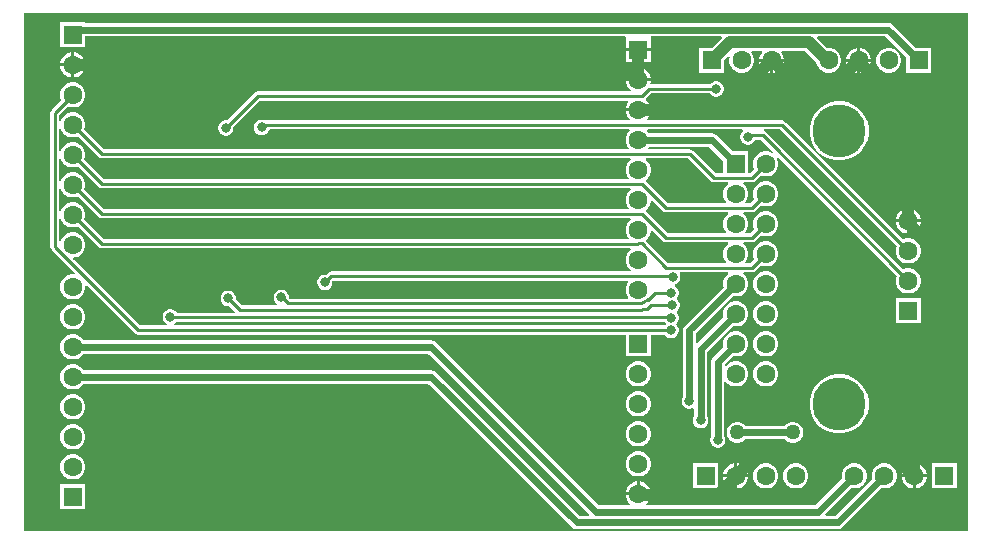
<source format=gbl>
G04*
G04 #@! TF.GenerationSoftware,Altium Limited,Altium Designer,21.0.8 (223)*
G04*
G04 Layer_Physical_Order=2*
G04 Layer_Color=16711680*
%FSTAX24Y24*%
%MOIN*%
G70*
G04*
G04 #@! TF.SameCoordinates,CEE82333-CCAB-4651-B785-5805AFDC4109*
G04*
G04*
G04 #@! TF.FilePolarity,Positive*
G04*
G01*
G75*
%ADD12C,0.0100*%
%ADD18C,0.0236*%
%ADD19C,0.0394*%
%ADD20C,0.0630*%
%ADD21R,0.0630X0.0630*%
%ADD22R,0.0630X0.0630*%
%ADD23C,0.1772*%
%ADD24C,0.0315*%
%ADD25C,0.0500*%
G36*
X031638Y000162D02*
X000162D01*
Y017438D01*
X031638D01*
Y000162D01*
D02*
G37*
%LPC*%
G36*
X028055Y016265D02*
X02805D01*
Y0159D01*
X028415D01*
Y015905D01*
X028387Y01601D01*
X028332Y016105D01*
X028255Y016182D01*
X02816Y016237D01*
X028055Y016265D01*
D02*
G37*
G36*
X02795D02*
X027945D01*
X02784Y016237D01*
X027745Y016182D01*
X027668Y016105D01*
X027613Y01601D01*
X027585Y015905D01*
Y0159D01*
X02795D01*
Y016265D01*
D02*
G37*
G36*
X021065Y01615D02*
X0207D01*
Y015785D01*
X021065D01*
Y01615D01*
D02*
G37*
G36*
X0206D02*
X020235D01*
Y015785D01*
X0206D01*
Y01615D01*
D02*
G37*
G36*
X001855Y016115D02*
X00185D01*
Y01575D01*
X002215D01*
Y015755D01*
X002187Y01586D01*
X002132Y015955D01*
X002055Y016032D01*
X00196Y016087D01*
X001855Y016115D01*
D02*
G37*
G36*
X00175D02*
X001745D01*
X00164Y016087D01*
X001545Y016032D01*
X001468Y015955D01*
X001413Y01586D01*
X001385Y015755D01*
Y01575D01*
X00175D01*
Y016115D01*
D02*
G37*
G36*
X002215Y017115D02*
X001385D01*
Y016285D01*
X002215D01*
Y016654D01*
X02021D01*
X020235Y016615D01*
X020235Y016604D01*
Y01625D01*
X02065D01*
X021065D01*
Y016604D01*
X021065Y016615D01*
X02109Y016654D01*
X023416D01*
X023435Y016608D01*
X023092Y016265D01*
X022685D01*
Y015435D01*
X023515D01*
Y015842D01*
X023653Y01598D01*
X023698Y015954D01*
X023685Y015905D01*
Y015795D01*
X023713Y01569D01*
X023768Y015595D01*
X023845Y015518D01*
X02394Y015463D01*
X024045Y015435D01*
X024155D01*
X02426Y015463D01*
X024355Y015518D01*
X024432Y015595D01*
X024487Y01569D01*
X024515Y015795D01*
Y015905D01*
X024487Y01601D01*
X024432Y016105D01*
X024421Y016116D01*
X02444Y016162D01*
X02476D01*
X024779Y016116D01*
X024768Y016105D01*
X024713Y01601D01*
X024685Y015905D01*
Y0159D01*
X025515D01*
Y015905D01*
X025487Y01601D01*
X025432Y016105D01*
X025421Y016116D01*
X02544Y016162D01*
X026207D01*
X026589Y015781D01*
X026613Y01569D01*
X026668Y015595D01*
X026745Y015518D01*
X02684Y015463D01*
X026945Y015435D01*
X027055D01*
X02716Y015463D01*
X027255Y015518D01*
X027332Y015595D01*
X027387Y01569D01*
X027415Y015795D01*
Y015905D01*
X027387Y01601D01*
X027332Y016105D01*
X027255Y016182D01*
X02716Y016237D01*
X027055Y016265D01*
X026952D01*
X026608Y016608D01*
X026627Y016654D01*
X028881D01*
X029585Y01595D01*
Y015435D01*
X030415D01*
Y016265D01*
X0299D01*
X02913Y017034D01*
X029058Y017082D01*
X028973Y017099D01*
X028973Y017099D01*
X002215D01*
Y017115D01*
D02*
G37*
G36*
X029055Y016265D02*
X028945D01*
X02884Y016237D01*
X028745Y016182D01*
X028668Y016105D01*
X028613Y01601D01*
X028585Y015905D01*
Y015795D01*
X028613Y01569D01*
X028668Y015595D01*
X028745Y015518D01*
X02884Y015463D01*
X028945Y015435D01*
X029055D01*
X02916Y015463D01*
X029255Y015518D01*
X029332Y015595D01*
X029387Y01569D01*
X029415Y015795D01*
Y015905D01*
X029387Y01601D01*
X029332Y016105D01*
X029255Y016182D01*
X02916Y016237D01*
X029055Y016265D01*
D02*
G37*
G36*
X028415Y0158D02*
X02805D01*
Y015435D01*
X028055D01*
X02816Y015463D01*
X028255Y015518D01*
X028332Y015595D01*
X028387Y01569D01*
X028415Y015795D01*
Y0158D01*
D02*
G37*
G36*
X02795D02*
X027585D01*
Y015795D01*
X027613Y01569D01*
X027668Y015595D01*
X027745Y015518D01*
X02784Y015463D01*
X027945Y015435D01*
X02795D01*
Y0158D01*
D02*
G37*
G36*
X025515D02*
X02515D01*
Y015435D01*
X025155D01*
X02526Y015463D01*
X025355Y015518D01*
X025432Y015595D01*
X025487Y01569D01*
X025515Y015795D01*
Y0158D01*
D02*
G37*
G36*
X02505D02*
X024685D01*
Y015795D01*
X024713Y01569D01*
X024768Y015595D01*
X024845Y015518D01*
X02494Y015463D01*
X025045Y015435D01*
X02505D01*
Y0158D01*
D02*
G37*
G36*
X002215Y01565D02*
X00185D01*
Y015285D01*
X001855D01*
X00196Y015313D01*
X002055Y015368D01*
X002132Y015445D01*
X002187Y01554D01*
X002215Y015645D01*
Y01565D01*
D02*
G37*
G36*
X00175D02*
X001385D01*
Y015645D01*
X001413Y01554D01*
X001468Y015445D01*
X001545Y015368D01*
X00164Y015313D01*
X001745Y015285D01*
X00175D01*
Y01565D01*
D02*
G37*
G36*
X020705Y015615D02*
X0207D01*
Y01525D01*
X021065D01*
Y015255D01*
X021037Y01536D01*
X020982Y015455D01*
X020905Y015532D01*
X02081Y015587D01*
X020705Y015615D01*
D02*
G37*
G36*
X0206D02*
X020595D01*
X02049Y015587D01*
X020395Y015532D01*
X020318Y015455D01*
X020263Y01536D01*
X020235Y015255D01*
Y01525D01*
X0206D01*
Y015615D01*
D02*
G37*
G36*
X023284Y015157D02*
X023216D01*
X023151Y01514D01*
X023092Y015106D01*
X023044Y015058D01*
X023041Y015053D01*
X021081D01*
X021051Y015093D01*
X021065Y015145D01*
Y01515D01*
X02065D01*
X020235D01*
Y015145D01*
X020263Y01504D01*
X020318Y014945D01*
X020395Y014868D01*
X020398Y014866D01*
X020385Y014818D01*
X007965D01*
X007906Y014806D01*
X007857Y014773D01*
X00694Y013856D01*
X006934Y013857D01*
X006866D01*
X006801Y01384D01*
X006742Y013806D01*
X006694Y013758D01*
X00666Y013699D01*
X006643Y013634D01*
Y013566D01*
X00666Y013501D01*
X006694Y013442D01*
X006742Y013394D01*
X006801Y01336D01*
X006866Y013343D01*
X006934D01*
X006999Y01336D01*
X007058Y013394D01*
X007106Y013442D01*
X00714Y013501D01*
X007157Y013566D01*
Y013634D01*
X007156Y01364D01*
X008028Y014512D01*
X02031D01*
X020329Y014466D01*
X020318Y014455D01*
X020263Y01436D01*
X020235Y014255D01*
Y01425D01*
X02065D01*
X021065D01*
Y014255D01*
X021037Y01436D01*
X020982Y014455D01*
X020914Y014523D01*
X020905Y014532D01*
X02091Y014587D01*
X021071Y014747D01*
X023041D01*
X023044Y014742D01*
X023092Y014694D01*
X023151Y01466D01*
X023216Y014643D01*
X023284D01*
X023349Y01466D01*
X023408Y014694D01*
X023456Y014742D01*
X02349Y014801D01*
X023507Y014866D01*
Y014934D01*
X02349Y014999D01*
X023456Y015058D01*
X023408Y015106D01*
X023349Y01514D01*
X023284Y015157D01*
D02*
G37*
G36*
X001855Y015115D02*
X001745D01*
X00164Y015087D01*
X001545Y015032D01*
X001468Y014955D01*
X001413Y01486D01*
X001385Y014755D01*
Y014645D01*
X001413Y01454D01*
X001417Y014533D01*
X001092Y014208D01*
X001059Y014159D01*
X001047Y0141D01*
Y009642D01*
X001059Y009584D01*
X001092Y009534D01*
X001866Y00876D01*
X00184Y008715D01*
X001745D01*
X00164Y008687D01*
X001545Y008632D01*
X001468Y008555D01*
X001413Y00846D01*
X001385Y008355D01*
Y008245D01*
X001413Y00814D01*
X001468Y008045D01*
X001545Y007968D01*
X00164Y007913D01*
X001745Y007885D01*
X001855D01*
X00196Y007913D01*
X002055Y007968D01*
X002132Y008045D01*
X002187Y00814D01*
X002215Y008245D01*
Y00834D01*
X00226Y008366D01*
X003869Y006757D01*
X003919Y006724D01*
X003977Y006712D01*
X020235D01*
Y005985D01*
X021065D01*
Y006712D01*
X021532D01*
X021544Y006692D01*
X021592Y006644D01*
X021651Y00661D01*
X021716Y006593D01*
X021784D01*
X021849Y00661D01*
X021908Y006644D01*
X021956Y006692D01*
X02199Y006751D01*
X022007Y006816D01*
Y006884D01*
X02199Y006949D01*
X021956Y007008D01*
X021938Y007026D01*
X021909Y007058D01*
X021938Y007093D01*
X021954Y007109D01*
X021988Y007168D01*
X022006Y007233D01*
Y007301D01*
X021988Y007367D01*
X021954Y007425D01*
X021927Y007452D01*
X02193Y007475D01*
X021978Y007523D01*
X022012Y007582D01*
X02203Y007648D01*
Y007715D01*
X022012Y007781D01*
X021978Y00784D01*
X02193Y007887D01*
X021927Y007913D01*
X021956Y007942D01*
X02199Y008001D01*
X022007Y008066D01*
Y008134D01*
X02199Y008199D01*
X021956Y008258D01*
X021908Y008306D01*
X02187Y008328D01*
X021877Y008382D01*
X021899Y008388D01*
X021958Y008422D01*
X022006Y008469D01*
X02204Y008528D01*
X022057Y008594D01*
Y008661D01*
X02204Y008727D01*
X022033Y008739D01*
X022058Y008782D01*
X023635D01*
X023648Y008734D01*
X023645Y008732D01*
X023568Y008655D01*
X023513Y00856D01*
X023485Y008455D01*
Y008345D01*
X023495Y008309D01*
X022193Y007007D01*
X022144Y006935D01*
X022127Y00685D01*
X022127Y00685D01*
Y004622D01*
X02211Y004591D01*
X022092Y004526D01*
Y004458D01*
X02211Y004392D01*
X022144Y004334D01*
X022192Y004286D01*
X02225Y004252D01*
X022316Y004234D01*
X022384D01*
X022449Y004252D01*
X02246Y004258D01*
X022503Y004233D01*
Y00398D01*
X022485Y003949D01*
X022468Y003884D01*
Y003816D01*
X022485Y003751D01*
X022519Y003692D01*
X022567Y003644D01*
X022626Y00361D01*
X022692Y003593D01*
X022759D01*
X022825Y00361D01*
X022884Y003644D01*
X022931Y003692D01*
X022965Y003751D01*
X022983Y003816D01*
Y003884D01*
X022965Y003949D01*
X022948Y00398D01*
Y006133D01*
X023809Y006995D01*
X023845Y006985D01*
X023955D01*
X02406Y007013D01*
X024155Y007068D01*
X024232Y007145D01*
X024287Y00724D01*
X024315Y007345D01*
Y007455D01*
X024287Y00756D01*
X024232Y007655D01*
X024155Y007732D01*
X02406Y007787D01*
X023955Y007815D01*
X023845D01*
X02374Y007787D01*
X023645Y007732D01*
X023568Y007655D01*
X023513Y00756D01*
X023485Y007455D01*
Y007345D01*
X023495Y007309D01*
X022618Y006433D01*
X022572Y006452D01*
Y006758D01*
X023809Y007995D01*
X023845Y007985D01*
X023955D01*
X02406Y008013D01*
X024155Y008068D01*
X024232Y008145D01*
X024287Y00824D01*
X024315Y008345D01*
Y008455D01*
X024287Y00856D01*
X024232Y008655D01*
X024155Y008732D01*
X024152Y008734D01*
X024165Y008782D01*
X024435D01*
X024494Y008794D01*
X024543Y008827D01*
X024733Y009017D01*
X02474Y009013D01*
X024845Y008985D01*
X024955D01*
X02506Y009013D01*
X025155Y009068D01*
X025232Y009145D01*
X025287Y00924D01*
X025315Y009345D01*
Y009455D01*
X025287Y00956D01*
X025232Y009655D01*
X025155Y009732D01*
X02506Y009787D01*
X024955Y009815D01*
X024845D01*
X02474Y009787D01*
X024645Y009732D01*
X024568Y009655D01*
X024513Y00956D01*
X024485Y009455D01*
Y009345D01*
X024513Y00924D01*
X024517Y009233D01*
X024372Y009088D01*
X02424D01*
X024221Y009134D01*
X024232Y009145D01*
X024287Y00924D01*
X024315Y009345D01*
Y009455D01*
X024287Y00956D01*
X024232Y009655D01*
X024155Y009732D01*
X024152Y009734D01*
X024165Y009782D01*
X024435D01*
X024494Y009794D01*
X024543Y009827D01*
X024733Y010017D01*
X02474Y010013D01*
X024845Y009985D01*
X024955D01*
X02506Y010013D01*
X025155Y010068D01*
X025232Y010145D01*
X025287Y01024D01*
X025315Y010345D01*
Y010455D01*
X025287Y01056D01*
X025232Y010655D01*
X025155Y010732D01*
X02506Y010787D01*
X024955Y010815D01*
X024845D01*
X02474Y010787D01*
X024645Y010732D01*
X024568Y010655D01*
X024513Y01056D01*
X024485Y010455D01*
Y010345D01*
X024513Y01024D01*
X024517Y010233D01*
X024372Y010088D01*
X02424D01*
X024221Y010134D01*
X024232Y010145D01*
X024287Y01024D01*
X024315Y010345D01*
Y010455D01*
X024287Y01056D01*
X024232Y010655D01*
X024155Y010732D01*
X024152Y010734D01*
X024165Y010782D01*
X024435D01*
X024494Y010794D01*
X024543Y010827D01*
X024733Y011017D01*
X02474Y011013D01*
X024845Y010985D01*
X024955D01*
X02506Y011013D01*
X025155Y011068D01*
X025232Y011145D01*
X025287Y01124D01*
X025315Y011345D01*
Y011455D01*
X025287Y01156D01*
X025232Y011655D01*
X025155Y011732D01*
X02506Y011787D01*
X024955Y011815D01*
X024845D01*
X02474Y011787D01*
X024645Y011732D01*
X024568Y011655D01*
X024513Y01156D01*
X024485Y011455D01*
Y011345D01*
X024513Y01124D01*
X024517Y011233D01*
X024372Y011088D01*
X02424D01*
X024221Y011134D01*
X024232Y011145D01*
X024287Y01124D01*
X024315Y011345D01*
Y011455D01*
X024287Y01156D01*
X024232Y011655D01*
X024155Y011732D01*
X024152Y011734D01*
X024165Y011782D01*
X024435D01*
X024494Y011794D01*
X024543Y011827D01*
X024733Y012017D01*
X02474Y012013D01*
X024845Y011985D01*
X024955D01*
X02506Y012013D01*
X025155Y012068D01*
X025232Y012145D01*
X025287Y01224D01*
X025315Y012345D01*
Y012455D01*
X025287Y01256D01*
X025265Y012598D01*
X025305Y012629D01*
X029267Y008667D01*
X029263Y00866D01*
X029235Y008555D01*
Y008445D01*
X029263Y00834D01*
X029318Y008245D01*
X029395Y008168D01*
X02949Y008113D01*
X029595Y008085D01*
X029705D01*
X02981Y008113D01*
X029905Y008168D01*
X029982Y008245D01*
X030037Y00834D01*
X030065Y008445D01*
Y008555D01*
X030037Y00866D01*
X029982Y008755D01*
X029905Y008832D01*
X02981Y008887D01*
X029705Y008915D01*
X029595D01*
X02949Y008887D01*
X029483Y008883D01*
X024908Y013458D01*
X024859Y013491D01*
X02483Y013497D01*
X024834Y013547D01*
X025387D01*
X029267Y009667D01*
X029263Y00966D01*
X029235Y009555D01*
Y009445D01*
X029263Y00934D01*
X029318Y009245D01*
X029395Y009168D01*
X02949Y009113D01*
X029595Y009085D01*
X029705D01*
X02981Y009113D01*
X029905Y009168D01*
X029982Y009245D01*
X030037Y00934D01*
X030065Y009445D01*
Y009555D01*
X030037Y00966D01*
X029982Y009755D01*
X029905Y009832D01*
X02981Y009887D01*
X029705Y009915D01*
X029595D01*
X02949Y009887D01*
X029483Y009883D01*
X025558Y013808D01*
X025509Y013841D01*
X02545Y013853D01*
X02096D01*
X02094Y013903D01*
X020982Y013945D01*
X021037Y01404D01*
X021065Y014145D01*
Y01415D01*
X02065D01*
X020235D01*
Y014145D01*
X020263Y01404D01*
X020318Y013945D01*
X02036Y013903D01*
X02034Y013853D01*
X008353D01*
X008335Y013849D01*
X008208D01*
X008191Y013859D01*
X008126Y013877D01*
X008058D01*
X007993Y013859D01*
X007934Y013825D01*
X007886Y013777D01*
X007852Y013719D01*
X007835Y013653D01*
Y013585D01*
X007852Y01352D01*
X007886Y013461D01*
X007934Y013413D01*
X007993Y013379D01*
X008058Y013362D01*
X008126D01*
X008191Y013379D01*
X00825Y013413D01*
X008298Y013461D01*
X008332Y01352D01*
X008338Y013543D01*
X008349D01*
X008367Y013547D01*
X02034D01*
X02036Y013497D01*
X020318Y013455D01*
X020263Y01336D01*
X020235Y013255D01*
Y013145D01*
X020263Y01304D01*
X020318Y012945D01*
X020329Y012934D01*
X02031Y012888D01*
X002828D01*
X002183Y013533D01*
X002187Y01354D01*
X002215Y013645D01*
Y013755D01*
X002187Y01386D01*
X002132Y013955D01*
X002055Y014032D01*
X00196Y014087D01*
X001855Y014115D01*
X001745D01*
X00164Y014087D01*
X001545Y014032D01*
X001468Y013955D01*
X001413Y01386D01*
X001403Y013821D01*
X001353Y013828D01*
Y014037D01*
X001633Y014317D01*
X00164Y014313D01*
X001745Y014285D01*
X001855D01*
X00196Y014313D01*
X002055Y014368D01*
X002132Y014445D01*
X002187Y01454D01*
X002215Y014645D01*
Y014755D01*
X002187Y01486D01*
X002132Y014955D01*
X002055Y015032D01*
X00196Y015087D01*
X001855Y015115D01*
D02*
G37*
G36*
X027447Y014486D02*
X027253D01*
X027062Y014448D01*
X026883Y014374D01*
X026722Y014266D01*
X026584Y014128D01*
X026476Y013967D01*
X026402Y013788D01*
X026364Y013597D01*
Y013403D01*
X026402Y013212D01*
X026476Y013033D01*
X026584Y012872D01*
X026722Y012734D01*
X026883Y012626D01*
X027062Y012552D01*
X027253Y012514D01*
X027447D01*
X027638Y012552D01*
X027817Y012626D01*
X027978Y012734D01*
X028116Y012872D01*
X028224Y013033D01*
X028298Y013212D01*
X028336Y013403D01*
Y013597D01*
X028298Y013788D01*
X028224Y013967D01*
X028116Y014128D01*
X027978Y014266D01*
X027817Y014374D01*
X027638Y014448D01*
X027447Y014486D01*
D02*
G37*
G36*
X029705Y010915D02*
X0297D01*
Y01055D01*
X030065D01*
Y010555D01*
X030037Y01066D01*
X029982Y010755D01*
X029905Y010832D01*
X02981Y010887D01*
X029705Y010915D01*
D02*
G37*
G36*
X0296D02*
X029595D01*
X02949Y010887D01*
X029395Y010832D01*
X029318Y010755D01*
X029263Y01066D01*
X029235Y010555D01*
Y01055D01*
X0296D01*
Y010915D01*
D02*
G37*
G36*
X030065Y01045D02*
X0297D01*
Y010085D01*
X029705D01*
X02981Y010113D01*
X029905Y010168D01*
X029982Y010245D01*
X030037Y01034D01*
X030065Y010445D01*
Y01045D01*
D02*
G37*
G36*
X0296D02*
X029235D01*
Y010445D01*
X029263Y01034D01*
X029318Y010245D01*
X029395Y010168D01*
X02949Y010113D01*
X029595Y010085D01*
X0296D01*
Y01045D01*
D02*
G37*
G36*
X024955Y008815D02*
X024845D01*
X02474Y008787D01*
X024645Y008732D01*
X024568Y008655D01*
X024513Y00856D01*
X024485Y008455D01*
Y008345D01*
X024513Y00824D01*
X024568Y008145D01*
X024645Y008068D01*
X02474Y008013D01*
X024845Y007985D01*
X024955D01*
X02506Y008013D01*
X025155Y008068D01*
X025232Y008145D01*
X025287Y00824D01*
X025315Y008345D01*
Y008455D01*
X025287Y00856D01*
X025232Y008655D01*
X025155Y008732D01*
X02506Y008787D01*
X024955Y008815D01*
D02*
G37*
G36*
X030065Y007915D02*
X029235D01*
Y007085D01*
X030065D01*
Y007915D01*
D02*
G37*
G36*
X024955Y007815D02*
X024845D01*
X02474Y007787D01*
X024645Y007732D01*
X024568Y007655D01*
X024513Y00756D01*
X024485Y007455D01*
Y007345D01*
X024513Y00724D01*
X024568Y007145D01*
X024645Y007068D01*
X02474Y007013D01*
X024845Y006985D01*
X024955D01*
X02506Y007013D01*
X025155Y007068D01*
X025232Y007145D01*
X025287Y00724D01*
X025315Y007345D01*
Y007455D01*
X025287Y00756D01*
X025232Y007655D01*
X025155Y007732D01*
X02506Y007787D01*
X024955Y007815D01*
D02*
G37*
G36*
X001855Y007715D02*
X001745D01*
X00164Y007687D01*
X001545Y007632D01*
X001468Y007555D01*
X001413Y00746D01*
X001385Y007355D01*
Y007245D01*
X001413Y00714D01*
X001468Y007045D01*
X001545Y006968D01*
X00164Y006913D01*
X001745Y006885D01*
X001855D01*
X00196Y006913D01*
X002055Y006968D01*
X002132Y007045D01*
X002187Y00714D01*
X002215Y007245D01*
Y007355D01*
X002187Y00746D01*
X002132Y007555D01*
X002055Y007632D01*
X00196Y007687D01*
X001855Y007715D01*
D02*
G37*
G36*
X024955Y006815D02*
X024845D01*
X02474Y006787D01*
X024645Y006732D01*
X024568Y006655D01*
X024513Y00656D01*
X024485Y006455D01*
Y006345D01*
X024513Y00624D01*
X024568Y006145D01*
X024645Y006068D01*
X02474Y006013D01*
X024845Y005985D01*
X024955D01*
X02506Y006013D01*
X025155Y006068D01*
X025232Y006145D01*
X025287Y00624D01*
X025315Y006345D01*
Y006455D01*
X025287Y00656D01*
X025232Y006655D01*
X025155Y006732D01*
X02506Y006787D01*
X024955Y006815D01*
D02*
G37*
G36*
X023955D02*
X023845D01*
X02374Y006787D01*
X023645Y006732D01*
X023568Y006655D01*
X023513Y00656D01*
X023485Y006455D01*
Y006345D01*
X023495Y006309D01*
X023143Y005957D01*
X023095Y005885D01*
X023078Y0058D01*
X023078Y0058D01*
Y00333D01*
X02306Y003299D01*
X023043Y003234D01*
Y003166D01*
X02306Y003101D01*
X023094Y003042D01*
X023142Y002994D01*
X023201Y00296D01*
X023266Y002943D01*
X023334D01*
X023399Y00296D01*
X023458Y002994D01*
X023506Y003042D01*
X02354Y003101D01*
X023557Y003166D01*
Y003234D01*
X02354Y003299D01*
X023522Y00333D01*
Y005133D01*
X023533Y005136D01*
X023572Y005141D01*
X023645Y005068D01*
X02374Y005013D01*
X023845Y004985D01*
X023955D01*
X02406Y005013D01*
X024155Y005068D01*
X024232Y005145D01*
X024287Y00524D01*
X024315Y005345D01*
Y005455D01*
X024287Y00556D01*
X024232Y005655D01*
X024155Y005732D01*
X02406Y005787D01*
X023955Y005815D01*
X023845D01*
X02374Y005787D01*
X023645Y005732D01*
X023584Y005671D01*
X023532Y005682D01*
X023531Y005682D01*
X023529Y005714D01*
X023809Y005995D01*
X023845Y005985D01*
X023955D01*
X02406Y006013D01*
X024155Y006068D01*
X024232Y006145D01*
X024287Y00624D01*
X024315Y006345D01*
Y006455D01*
X024287Y00656D01*
X024232Y006655D01*
X024155Y006732D01*
X02406Y006787D01*
X023955Y006815D01*
D02*
G37*
G36*
X024955Y005815D02*
X024845D01*
X02474Y005787D01*
X024645Y005732D01*
X024568Y005655D01*
X024513Y00556D01*
X024485Y005455D01*
Y005345D01*
X024513Y00524D01*
X024568Y005145D01*
X024645Y005068D01*
X02474Y005013D01*
X024845Y004985D01*
X024955D01*
X02506Y005013D01*
X025155Y005068D01*
X025232Y005145D01*
X025287Y00524D01*
X025315Y005345D01*
Y005455D01*
X025287Y00556D01*
X025232Y005655D01*
X025155Y005732D01*
X02506Y005787D01*
X024955Y005815D01*
D02*
G37*
G36*
X020705D02*
X020595D01*
X02049Y005787D01*
X020395Y005732D01*
X020318Y005655D01*
X020263Y00556D01*
X020235Y005455D01*
Y005345D01*
X020263Y00524D01*
X020318Y005145D01*
X020395Y005068D01*
X02049Y005013D01*
X020595Y004985D01*
X020705D01*
X02081Y005013D01*
X020905Y005068D01*
X020982Y005145D01*
X021037Y00524D01*
X021065Y005345D01*
Y005455D01*
X021037Y00556D01*
X020982Y005655D01*
X020905Y005732D01*
X02081Y005787D01*
X020705Y005815D01*
D02*
G37*
G36*
Y004815D02*
X020595D01*
X02049Y004787D01*
X020395Y004732D01*
X020318Y004655D01*
X020263Y00456D01*
X020235Y004455D01*
Y004345D01*
X020263Y00424D01*
X020318Y004145D01*
X020395Y004068D01*
X02049Y004013D01*
X020595Y003985D01*
X020705D01*
X02081Y004013D01*
X020905Y004068D01*
X020982Y004145D01*
X021037Y00424D01*
X021065Y004345D01*
Y004455D01*
X021037Y00456D01*
X020982Y004655D01*
X020905Y004732D01*
X02081Y004787D01*
X020705Y004815D01*
D02*
G37*
G36*
X001855Y004715D02*
X001745D01*
X00164Y004687D01*
X001545Y004632D01*
X001468Y004555D01*
X001413Y00446D01*
X001385Y004355D01*
Y004245D01*
X001413Y00414D01*
X001468Y004045D01*
X001545Y003968D01*
X00164Y003913D01*
X001745Y003885D01*
X001855D01*
X00196Y003913D01*
X002055Y003968D01*
X002132Y004045D01*
X002187Y00414D01*
X002215Y004245D01*
Y004355D01*
X002187Y00446D01*
X002132Y004555D01*
X002055Y004632D01*
X00196Y004687D01*
X001855Y004715D01*
D02*
G37*
G36*
X025846Y0038D02*
X025754D01*
X025665Y003776D01*
X025585Y00373D01*
X025527Y003672D01*
X024223D01*
X024165Y00373D01*
X024085Y003776D01*
X023996Y0038D01*
X023904D01*
X023815Y003776D01*
X023735Y00373D01*
X02367Y003665D01*
X023624Y003585D01*
X0236Y003496D01*
Y003404D01*
X023624Y003315D01*
X02367Y003235D01*
X023735Y00317D01*
X023815Y003124D01*
X023904Y0031D01*
X023996D01*
X024085Y003124D01*
X024165Y00317D01*
X024223Y003228D01*
X025527D01*
X025585Y00317D01*
X025665Y003124D01*
X025754Y0031D01*
X025846D01*
X025935Y003124D01*
X026015Y00317D01*
X02608Y003235D01*
X026126Y003315D01*
X02615Y003404D01*
Y003496D01*
X026126Y003585D01*
X02608Y003665D01*
X026015Y00373D01*
X025935Y003776D01*
X025846Y0038D01*
D02*
G37*
G36*
X027447Y005386D02*
X027253D01*
X027062Y005348D01*
X026883Y005274D01*
X026722Y005166D01*
X026584Y005028D01*
X026476Y004867D01*
X026402Y004688D01*
X026364Y004497D01*
Y004303D01*
X026402Y004112D01*
X026476Y003933D01*
X026584Y003772D01*
X026722Y003634D01*
X026883Y003526D01*
X027062Y003452D01*
X027253Y003414D01*
X027447D01*
X027638Y003452D01*
X027817Y003526D01*
X027978Y003634D01*
X028116Y003772D01*
X028224Y003933D01*
X028298Y004112D01*
X028336Y004303D01*
Y004497D01*
X028298Y004688D01*
X028224Y004867D01*
X028116Y005028D01*
X027978Y005166D01*
X027817Y005274D01*
X027638Y005348D01*
X027447Y005386D01*
D02*
G37*
G36*
X020705Y003815D02*
X020595D01*
X02049Y003787D01*
X020395Y003732D01*
X020318Y003655D01*
X020263Y00356D01*
X020235Y003455D01*
Y003345D01*
X020263Y00324D01*
X020318Y003145D01*
X020395Y003068D01*
X02049Y003013D01*
X020595Y002985D01*
X020705D01*
X02081Y003013D01*
X020905Y003068D01*
X020982Y003145D01*
X021037Y00324D01*
X021065Y003345D01*
Y003455D01*
X021037Y00356D01*
X020982Y003655D01*
X020905Y003732D01*
X02081Y003787D01*
X020705Y003815D01*
D02*
G37*
G36*
X001855Y003715D02*
X001745D01*
X00164Y003687D01*
X001545Y003632D01*
X001468Y003555D01*
X001413Y00346D01*
X001385Y003355D01*
Y003245D01*
X001413Y00314D01*
X001468Y003045D01*
X001545Y002968D01*
X00164Y002913D01*
X001745Y002885D01*
X001855D01*
X00196Y002913D01*
X002055Y002968D01*
X002132Y003045D01*
X002187Y00314D01*
X002215Y003245D01*
Y003355D01*
X002187Y00346D01*
X002132Y003555D01*
X002055Y003632D01*
X00196Y003687D01*
X001855Y003715D01*
D02*
G37*
G36*
X029905Y002415D02*
X0299D01*
Y00205D01*
X030265D01*
Y002055D01*
X030237Y00216D01*
X030182Y002255D01*
X030105Y002332D01*
X03001Y002387D01*
X029905Y002415D01*
D02*
G37*
G36*
X023955D02*
X02395D01*
Y00205D01*
X024315D01*
Y002055D01*
X024287Y00216D01*
X024232Y002255D01*
X024155Y002332D01*
X02406Y002387D01*
X023955Y002415D01*
D02*
G37*
G36*
X02385D02*
X023845D01*
X02374Y002387D01*
X023645Y002332D01*
X023568Y002255D01*
X023513Y00216D01*
X023485Y002055D01*
Y00205D01*
X02385D01*
Y002415D01*
D02*
G37*
G36*
X0298D02*
X029795D01*
X02969Y002387D01*
X029595Y002332D01*
X029518Y002255D01*
X029463Y00216D01*
X029435Y002055D01*
Y00205D01*
X0298D01*
Y002415D01*
D02*
G37*
G36*
X020705Y002815D02*
X020595D01*
X02049Y002787D01*
X020395Y002732D01*
X020318Y002655D01*
X020263Y00256D01*
X020235Y002455D01*
Y002345D01*
X020263Y00224D01*
X020318Y002145D01*
X020395Y002068D01*
X02049Y002013D01*
X020595Y001985D01*
X020705D01*
X02081Y002013D01*
X020905Y002068D01*
X020982Y002145D01*
X021037Y00224D01*
X021065Y002345D01*
Y002455D01*
X021037Y00256D01*
X020982Y002655D01*
X020905Y002732D01*
X02081Y002787D01*
X020705Y002815D01*
D02*
G37*
G36*
X001855Y002715D02*
X001745D01*
X00164Y002687D01*
X001545Y002632D01*
X001468Y002555D01*
X001413Y00246D01*
X001385Y002355D01*
Y002245D01*
X001413Y00214D01*
X001468Y002045D01*
X001545Y001968D01*
X00164Y001913D01*
X001745Y001885D01*
X001855D01*
X00196Y001913D01*
X002055Y001968D01*
X002132Y002045D01*
X002187Y00214D01*
X002215Y002245D01*
Y002355D01*
X002187Y00246D01*
X002132Y002555D01*
X002055Y002632D01*
X00196Y002687D01*
X001855Y002715D01*
D02*
G37*
G36*
X031265Y002415D02*
X030435D01*
Y001585D01*
X031265D01*
Y002415D01*
D02*
G37*
G36*
X030265Y00195D02*
X0299D01*
Y001585D01*
X029905D01*
X03001Y001613D01*
X030105Y001668D01*
X030182Y001745D01*
X030237Y00184D01*
X030265Y001945D01*
Y00195D01*
D02*
G37*
G36*
X0298D02*
X029435D01*
Y001945D01*
X029463Y00184D01*
X029518Y001745D01*
X029595Y001668D01*
X02969Y001613D01*
X029795Y001585D01*
X0298D01*
Y00195D01*
D02*
G37*
G36*
X025955Y002415D02*
X025845D01*
X02574Y002387D01*
X025645Y002332D01*
X025568Y002255D01*
X025513Y00216D01*
X025485Y002055D01*
Y001945D01*
X025513Y00184D01*
X025568Y001745D01*
X025645Y001668D01*
X02574Y001613D01*
X025845Y001585D01*
X025955D01*
X02606Y001613D01*
X026155Y001668D01*
X026232Y001745D01*
X026287Y00184D01*
X026315Y001945D01*
Y002055D01*
X026287Y00216D01*
X026232Y002255D01*
X026155Y002332D01*
X02606Y002387D01*
X025955Y002415D01*
D02*
G37*
G36*
X024955D02*
X024845D01*
X02474Y002387D01*
X024645Y002332D01*
X024568Y002255D01*
X024513Y00216D01*
X024485Y002055D01*
Y001945D01*
X024513Y00184D01*
X024568Y001745D01*
X024645Y001668D01*
X02474Y001613D01*
X024845Y001585D01*
X024955D01*
X02506Y001613D01*
X025155Y001668D01*
X025232Y001745D01*
X025287Y00184D01*
X025315Y001945D01*
Y002055D01*
X025287Y00216D01*
X025232Y002255D01*
X025155Y002332D01*
X02506Y002387D01*
X024955Y002415D01*
D02*
G37*
G36*
X024315Y00195D02*
X02395D01*
Y001585D01*
X023955D01*
X02406Y001613D01*
X024155Y001668D01*
X024232Y001745D01*
X024287Y00184D01*
X024315Y001945D01*
Y00195D01*
D02*
G37*
G36*
X02385D02*
X023485D01*
Y001945D01*
X023513Y00184D01*
X023568Y001745D01*
X023645Y001668D01*
X02374Y001613D01*
X023845Y001585D01*
X02385D01*
Y00195D01*
D02*
G37*
G36*
X023315Y002415D02*
X022485D01*
Y001585D01*
X023315D01*
Y002415D01*
D02*
G37*
G36*
X020705Y001815D02*
X0207D01*
Y00145D01*
X021065D01*
Y001455D01*
X021037Y00156D01*
X020982Y001655D01*
X020905Y001732D01*
X02081Y001787D01*
X020705Y001815D01*
D02*
G37*
G36*
X0206D02*
X020595D01*
X02049Y001787D01*
X020395Y001732D01*
X020318Y001655D01*
X020263Y00156D01*
X020235Y001455D01*
Y00145D01*
X0206D01*
Y001815D01*
D02*
G37*
G36*
X002215Y001715D02*
X001385D01*
Y000885D01*
X002215D01*
Y001715D01*
D02*
G37*
G36*
X001855Y006715D02*
X001745D01*
X00164Y006687D01*
X001545Y006632D01*
X001468Y006555D01*
X001413Y00646D01*
X001385Y006355D01*
Y006245D01*
X001413Y00614D01*
X001468Y006045D01*
X001545Y005968D01*
X00164Y005913D01*
X001745Y005885D01*
X001855D01*
X00196Y005913D01*
X002055Y005968D01*
X002132Y006045D01*
X002151Y006078D01*
X013658D01*
X019017Y000719D01*
X018998Y000672D01*
X018692D01*
X013907Y005457D01*
X013835Y005505D01*
X01375Y005522D01*
X01375Y005522D01*
X002151D01*
X002132Y005555D01*
X002055Y005632D01*
X00196Y005687D01*
X001855Y005715D01*
X001745D01*
X00164Y005687D01*
X001545Y005632D01*
X001468Y005555D01*
X001413Y00546D01*
X001385Y005355D01*
Y005245D01*
X001413Y00514D01*
X001468Y005045D01*
X001545Y004968D01*
X00164Y004913D01*
X001745Y004885D01*
X001855D01*
X00196Y004913D01*
X002055Y004968D01*
X002132Y005045D01*
X002151Y005078D01*
X013658D01*
X018443Y000293D01*
X018443Y000293D01*
X018515Y000245D01*
X0186Y000228D01*
X0186Y000228D01*
X0273D01*
X0273Y000228D01*
X027385Y000245D01*
X027457Y000293D01*
X028759Y001595D01*
X028795Y001585D01*
X028905D01*
X02901Y001613D01*
X029105Y001668D01*
X029182Y001745D01*
X029237Y00184D01*
X029265Y001945D01*
Y002055D01*
X029237Y00216D01*
X029182Y002255D01*
X029105Y002332D01*
X02901Y002387D01*
X028905Y002415D01*
X028795D01*
X02869Y002387D01*
X028595Y002332D01*
X028518Y002255D01*
X028463Y00216D01*
X028435Y002055D01*
Y001945D01*
X028445Y001909D01*
X027208Y000672D01*
X026902D01*
X026883Y000719D01*
X027759Y001595D01*
X027795Y001585D01*
X027905D01*
X02801Y001613D01*
X028105Y001668D01*
X028182Y001745D01*
X028237Y00184D01*
X028265Y001945D01*
Y002055D01*
X028237Y00216D01*
X028182Y002255D01*
X028105Y002332D01*
X02801Y002387D01*
X027905Y002415D01*
X027795D01*
X02769Y002387D01*
X027595Y002332D01*
X027518Y002255D01*
X027463Y00216D01*
X027435Y002055D01*
Y001945D01*
X027445Y001909D01*
X026558Y001022D01*
X020917D01*
X020914Y001033D01*
X020909Y001072D01*
X020982Y001145D01*
X021037Y00124D01*
X021065Y001345D01*
Y00135D01*
X02065D01*
X020235D01*
Y001345D01*
X020263Y00124D01*
X020318Y001145D01*
X020391Y001072D01*
X020386Y001033D01*
X020383Y001022D01*
X019342D01*
X013907Y006457D01*
X013835Y006505D01*
X01375Y006522D01*
X01375Y006522D01*
X002151D01*
X002132Y006555D01*
X002055Y006632D01*
X00196Y006687D01*
X001855Y006715D01*
D02*
G37*
%LPD*%
G36*
X024129Y013526D02*
X024135Y013497D01*
X024094Y013456D01*
X02406Y013397D01*
X024043Y013332D01*
Y013264D01*
X02406Y013199D01*
X024094Y01314D01*
X024142Y013092D01*
X024201Y013058D01*
X024266Y013041D01*
X024334D01*
X024399Y013058D01*
X024458Y013092D01*
X024506Y01314D01*
X024539Y013197D01*
X024737D01*
X025129Y012805D01*
X025098Y012765D01*
X02506Y012787D01*
X024955Y012815D01*
X024845D01*
X02474Y012787D01*
X024645Y012732D01*
X024568Y012655D01*
X024513Y01256D01*
X024485Y012455D01*
Y012345D01*
X024513Y01224D01*
X024517Y012233D01*
X024372Y012088D01*
X024315D01*
Y012815D01*
X0238D01*
X023257Y013357D01*
X023185Y013405D01*
X0231Y013422D01*
X0231Y013422D01*
X021001D01*
X020982Y013455D01*
X02094Y013497D01*
X02096Y013547D01*
X024117D01*
X024129Y013526D01*
D02*
G37*
G36*
X023485Y0125D02*
Y012088D01*
X023228D01*
X022473Y012843D01*
X022423Y012876D01*
X022365Y012888D01*
X02099D01*
X020971Y012934D01*
X020982Y012945D01*
X021001Y012978D01*
X023008D01*
X023485Y0125D01*
D02*
G37*
G36*
X001413Y01354D02*
X001468Y013445D01*
X001545Y013368D01*
X00164Y013313D01*
X001745Y013285D01*
X001855D01*
X00196Y013313D01*
X001967Y013317D01*
X002657Y012627D01*
X002706Y012594D01*
X002765Y012582D01*
X020385D01*
X020398Y012534D01*
X020395Y012532D01*
X020318Y012455D01*
X020263Y01236D01*
X020235Y012255D01*
Y012145D01*
X020263Y01204D01*
X020318Y011945D01*
X020329Y011934D01*
X02031Y011888D01*
X002828D01*
X002183Y012533D01*
X002187Y01254D01*
X002215Y012645D01*
Y012755D01*
X002187Y01286D01*
X002132Y012955D01*
X002055Y013032D01*
X00196Y013087D01*
X001855Y013115D01*
X001745D01*
X00164Y013087D01*
X001545Y013032D01*
X001468Y012955D01*
X001413Y01286D01*
X001403Y012821D01*
X001353Y012828D01*
Y013572D01*
X001403Y013579D01*
X001413Y01354D01*
D02*
G37*
G36*
X023057Y011827D02*
X023106Y011794D01*
X023165Y011782D01*
X023635D01*
X023648Y011734D01*
X023645Y011732D01*
X023568Y011655D01*
X023513Y01156D01*
X023485Y011455D01*
Y011345D01*
X023513Y01124D01*
X023568Y011145D01*
X023579Y011134D01*
X02356Y011088D01*
X021636D01*
X02091Y011813D01*
X020905Y011868D01*
X020914Y011877D01*
X020982Y011945D01*
X021037Y01204D01*
X021065Y012145D01*
Y012255D01*
X021037Y01236D01*
X020982Y012455D01*
X020905Y012532D01*
X020902Y012534D01*
X020915Y012582D01*
X022302D01*
X023057Y011827D01*
D02*
G37*
G36*
X001413Y01254D02*
X001468Y012445D01*
X001545Y012368D01*
X00164Y012313D01*
X001745Y012285D01*
X001855D01*
X00196Y012313D01*
X001967Y012317D01*
X002657Y011627D01*
X002706Y011594D01*
X002765Y011582D01*
X020385D01*
X020398Y011534D01*
X020395Y011532D01*
X020318Y011455D01*
X020263Y01136D01*
X020235Y011255D01*
Y011145D01*
X020263Y01104D01*
X020318Y010945D01*
X020329Y010934D01*
X02031Y010888D01*
X002828D01*
X002183Y011533D01*
X002187Y01154D01*
X002215Y011645D01*
Y011755D01*
X002187Y01186D01*
X002132Y011955D01*
X002055Y012032D01*
X00196Y012087D01*
X001855Y012115D01*
X001745D01*
X00164Y012087D01*
X001545Y012032D01*
X001468Y011955D01*
X001413Y01186D01*
X001403Y011821D01*
X001353Y011828D01*
Y012572D01*
X001403Y012579D01*
X001413Y01254D01*
D02*
G37*
G36*
X021464Y010827D02*
X021514Y010794D01*
X021573Y010782D01*
X023635D01*
X023648Y010734D01*
X023645Y010732D01*
X023568Y010655D01*
X023513Y01056D01*
X023485Y010455D01*
Y010345D01*
X023513Y01024D01*
X023568Y010145D01*
X023579Y010134D01*
X02356Y010088D01*
X021636D01*
X02091Y010813D01*
X020905Y010868D01*
X020914Y010877D01*
X020982Y010945D01*
X021037Y01104D01*
X021065Y011145D01*
Y011161D01*
X021111Y01118D01*
X021464Y010827D01*
D02*
G37*
G36*
X001413Y01154D02*
X001468Y011445D01*
X001545Y011368D01*
X00164Y011313D01*
X001745Y011285D01*
X001855D01*
X00196Y011313D01*
X001967Y011317D01*
X002657Y010627D01*
X002706Y010594D01*
X002765Y010582D01*
X020385D01*
X020398Y010534D01*
X020395Y010532D01*
X020318Y010455D01*
X020263Y01036D01*
X020235Y010255D01*
Y010145D01*
X020263Y01004D01*
X020318Y009945D01*
X020329Y009934D01*
X02031Y009888D01*
X002828D01*
X002183Y010533D01*
X002187Y01054D01*
X002215Y010645D01*
Y010755D01*
X002187Y01086D01*
X002132Y010955D01*
X002055Y011032D01*
X00196Y011087D01*
X001855Y011115D01*
X001745D01*
X00164Y011087D01*
X001545Y011032D01*
X001468Y010955D01*
X001413Y01086D01*
X001403Y010821D01*
X001353Y010828D01*
Y011572D01*
X001403Y011579D01*
X001413Y01154D01*
D02*
G37*
G36*
X021464Y009827D02*
X021514Y009794D01*
X021573Y009782D01*
X023635D01*
X023648Y009734D01*
X023645Y009732D01*
X023568Y009655D01*
X023513Y00956D01*
X023485Y009455D01*
Y009345D01*
X023513Y00924D01*
X023568Y009145D01*
X023579Y009134D01*
X02356Y009088D01*
X021636D01*
X020899Y009825D01*
X020905Y009868D01*
X020982Y009945D01*
X021037Y01004D01*
X021065Y010145D01*
Y010161D01*
X021111Y01018D01*
X021464Y009827D01*
D02*
G37*
G36*
X001413Y01054D02*
X001468Y010445D01*
X001545Y010368D01*
X00164Y010313D01*
X001745Y010285D01*
X001855D01*
X00196Y010313D01*
X001967Y010317D01*
X002657Y009627D01*
X002706Y009594D01*
X002765Y009582D01*
X020385D01*
X020398Y009534D01*
X020395Y009532D01*
X020318Y009455D01*
X020263Y00936D01*
X020235Y009255D01*
Y009145D01*
X020263Y00904D01*
X020318Y008945D01*
X020395Y008868D01*
X020398Y008866D01*
X020385Y008818D01*
X01042D01*
X010361Y008806D01*
X010312Y008773D01*
X010244Y008705D01*
X010234Y008707D01*
X010166D01*
X010101Y00869D01*
X010042Y008656D01*
X009994Y008608D01*
X00996Y008549D01*
X009943Y008484D01*
Y008416D01*
X00996Y008351D01*
X009994Y008292D01*
X010042Y008244D01*
X010101Y00821D01*
X010166Y008193D01*
X010234D01*
X010299Y00821D01*
X010358Y008244D01*
X010406Y008292D01*
X01044Y008351D01*
X010457Y008416D01*
Y008484D01*
X010495Y008512D01*
X02031D01*
X020329Y008466D01*
X020318Y008455D01*
X020263Y00836D01*
X020235Y008255D01*
Y008145D01*
X020263Y00804D01*
X020313Y007953D01*
X020297Y007903D01*
X009048D01*
X009007Y007944D01*
Y007984D01*
X00899Y008049D01*
X008956Y008108D01*
X008908Y008156D01*
X008849Y00819D01*
X008784Y008207D01*
X008716D01*
X008651Y00819D01*
X008592Y008156D01*
X008544Y008108D01*
X00851Y008049D01*
X008493Y007984D01*
Y007916D01*
X00851Y007851D01*
X008544Y007792D01*
X008592Y007744D01*
X008602Y007738D01*
X008589Y007688D01*
X007428D01*
X007239Y007878D01*
X00724Y007884D01*
Y007951D01*
X007223Y008017D01*
X007189Y008076D01*
X007141Y008123D01*
X007082Y008157D01*
X007016Y008175D01*
X006949D01*
X006883Y008157D01*
X006824Y008123D01*
X006777Y008076D01*
X006743Y008017D01*
X006725Y007951D01*
Y007884D01*
X006743Y007818D01*
X006777Y007759D01*
X006824Y007711D01*
X006883Y007677D01*
X006949Y00766D01*
X007016D01*
X007022Y007661D01*
X007205Y007479D01*
X007186Y007433D01*
X005274D01*
X005263Y007451D01*
X005215Y007499D01*
X005157Y007533D01*
X005091Y00755D01*
X005023D01*
X004958Y007533D01*
X004899Y007499D01*
X004851Y007451D01*
X004817Y007392D01*
X0048Y007327D01*
Y007259D01*
X004817Y007193D01*
X004851Y007135D01*
X004899Y007087D01*
X004932Y007068D01*
X004918Y007018D01*
X004041D01*
X00182Y009239D01*
X001839Y009285D01*
X001855D01*
X00196Y009313D01*
X002055Y009368D01*
X002132Y009445D01*
X002187Y00954D01*
X002215Y009645D01*
Y009755D01*
X002187Y00986D01*
X002132Y009955D01*
X002055Y010032D01*
X00196Y010087D01*
X001855Y010115D01*
X001745D01*
X00164Y010087D01*
X001545Y010032D01*
X001468Y009955D01*
X001413Y00986D01*
X001403Y009821D01*
X001353Y009828D01*
Y010572D01*
X001403Y010579D01*
X001413Y01054D01*
D02*
G37*
G36*
X021542Y007109D02*
X02156Y007091D01*
X021589Y00706D01*
X02156Y007024D01*
X021554Y007018D01*
X005197D01*
X005183Y007068D01*
X005215Y007087D01*
X005256Y007127D01*
X021532D01*
X021542Y007109D01*
D02*
G37*
D12*
X020533Y00775D02*
G03*
X020979Y007871I000117J00045D01*
G01*
X02065Y009735D02*
G03*
X020759Y009748I0J000465D01*
G01*
X021008Y0149D02*
X02325D01*
X020773Y014665D02*
X021008Y0149D01*
X007965Y014665D02*
X020773D01*
X0069Y0136D02*
X007965Y014665D01*
X0243Y013298D02*
X024352Y01335D01*
X0248D01*
X02965Y0085D01*
X008353Y0137D02*
X02545D01*
X02965Y0095D01*
X008349Y013696D02*
X008353Y0137D01*
X008092Y013619D02*
X008169Y013696D01*
X008349D01*
X02965Y0095D02*
X02965D01*
X023165Y011935D02*
X024435D01*
X022365Y012735D02*
X023165Y011935D01*
X024435D02*
X0249Y0124D01*
X002765Y012735D02*
X022365D01*
X00875Y00795D02*
X008785D01*
X008985Y00775D01*
X020533D01*
X006983Y007917D02*
X006983D01*
X007365Y007535D01*
X005057Y007293D02*
X00507Y00728D01*
X021735D01*
X007365Y007535D02*
X020775D01*
X021735Y00728D02*
X021748Y007267D01*
X0102Y00845D02*
X010205D01*
X01042Y008665D01*
X021763D01*
X003977Y006865D02*
X021735D01*
X0012Y009642D02*
X003977Y006865D01*
X020775Y007535D02*
X02079Y00755D01*
X02094D01*
X021072Y007681D01*
X021149Y008041D02*
X021208Y0081D01*
X020979Y007871D02*
X021149Y008041D01*
X021208Y0081D02*
X02175D01*
X021072Y007681D02*
X021772D01*
X021763Y008665D02*
X0218Y008628D01*
X0018Y0107D02*
X002765Y009735D01*
X02065D01*
X020759Y009748D02*
X021573Y008935D01*
X0012Y0141D02*
X0018Y0147D01*
X0012Y009642D02*
Y0141D01*
X021735Y006865D02*
X02175Y00685D01*
X002765Y010735D02*
X020773D01*
X0018Y0117D02*
X002765Y010735D01*
X021573Y008935D02*
X024435D01*
X0249Y0094D01*
X020773Y010735D02*
X021573Y009935D01*
X024435D02*
X0249Y0104D01*
X021573Y009935D02*
X024435D01*
X0018Y0127D02*
X002765Y011735D01*
X020773D01*
X021573Y010935D02*
X024435D01*
X020773Y011735D02*
X021573Y010935D01*
X024435D02*
X0249Y0114D01*
X0018Y0137D02*
X002765Y012735D01*
D18*
X0231Y0132D02*
X0239Y0124D01*
X02065Y0132D02*
X0231D01*
X02235Y004492D02*
Y00685D01*
X022725Y006225D02*
X0239Y0074D01*
X022725Y00385D02*
Y006225D01*
X02235Y00685D02*
X0239Y0084D01*
X0233Y0032D02*
Y0058D01*
X0239Y0064D01*
X02395Y00345D02*
X0258D01*
X0186Y00045D02*
X0273D01*
X01375Y0053D02*
X0186Y00045D01*
X0273D02*
X02885Y002D01*
X01375Y0063D02*
X01925Y0008D01*
X02665D02*
X02785Y002D01*
X01925Y0008D02*
X02665D01*
X0018Y0053D02*
X01375D01*
X0018Y0063D02*
X01375D01*
X001977Y016877D02*
X028973D01*
X0018Y0167D02*
X001977Y016877D01*
X028973D02*
X03Y01585D01*
D19*
X020714Y0014D02*
X020764Y00135D01*
X0233D02*
X0239Y00195D01*
X020764Y00135D02*
X0233D01*
X02065Y0014D02*
X020714D01*
X0239Y00195D02*
Y002D01*
X020586Y0152D02*
X02065D01*
Y0142D02*
X02345D01*
X0018Y0157D02*
X020086D01*
X020586Y0152D01*
X02345Y0142D02*
X0251Y01585D01*
X02605Y0149D01*
X026943Y01585D02*
X027D01*
X023712Y016462D02*
X026331D01*
X026943Y01585D01*
X0231D02*
X023712Y016462D01*
X03045Y0039D02*
Y009643D01*
X02985Y002D02*
Y0033D01*
X03045Y0039D01*
X02895Y0029D02*
X02985Y002D01*
X02965Y010443D02*
X03045Y009643D01*
X02965Y010443D02*
Y01415D01*
X0248Y0029D02*
X02895D01*
X0239Y002D02*
X0248Y0029D01*
X028Y0158D02*
Y01585D01*
Y0158D02*
X02965Y01415D01*
X02705Y0149D02*
X028Y01585D01*
X02605Y0149D02*
X02705D01*
X02065Y0152D02*
Y0162D01*
D20*
X02965Y0105D02*
D03*
Y0095D02*
D03*
Y0085D02*
D03*
X02985Y002D02*
D03*
X02885D02*
D03*
X02785D02*
D03*
X0251Y01585D02*
D03*
X0241D02*
D03*
X02065Y0054D02*
D03*
Y0044D02*
D03*
Y0034D02*
D03*
Y0024D02*
D03*
Y0014D02*
D03*
X0239Y002D02*
D03*
X0249D02*
D03*
X0259D02*
D03*
X0018Y0083D02*
D03*
Y0073D02*
D03*
Y0063D02*
D03*
Y0053D02*
D03*
Y0043D02*
D03*
Y0033D02*
D03*
Y0023D02*
D03*
X027Y01585D02*
D03*
X028D02*
D03*
X029D02*
D03*
X0018Y0097D02*
D03*
Y0107D02*
D03*
Y0117D02*
D03*
Y0127D02*
D03*
Y0137D02*
D03*
Y0147D02*
D03*
Y0157D02*
D03*
X02065Y0152D02*
D03*
Y0082D02*
D03*
Y0092D02*
D03*
Y0102D02*
D03*
Y0112D02*
D03*
Y0122D02*
D03*
Y0132D02*
D03*
Y0142D02*
D03*
X0239Y0114D02*
D03*
Y0104D02*
D03*
Y0094D02*
D03*
Y0084D02*
D03*
Y0074D02*
D03*
Y0064D02*
D03*
Y0054D02*
D03*
X0249D02*
D03*
Y0064D02*
D03*
Y0074D02*
D03*
Y0084D02*
D03*
Y0094D02*
D03*
Y0104D02*
D03*
Y0114D02*
D03*
Y0124D02*
D03*
D21*
X02965Y0075D02*
D03*
X02065Y0064D02*
D03*
X0018Y0013D02*
D03*
Y0167D02*
D03*
X02065Y0162D02*
D03*
X0239Y0124D02*
D03*
D22*
X03085Y002D02*
D03*
X0231Y01585D02*
D03*
X0229Y002D02*
D03*
X03Y01585D02*
D03*
D23*
X02735Y0044D02*
D03*
Y0135D02*
D03*
D24*
X0069Y0136D02*
D03*
X02325Y0149D02*
D03*
X0243Y013298D02*
D03*
X008092Y013619D02*
D03*
X00875Y00795D02*
D03*
X006983Y007917D02*
D03*
X005057Y007293D02*
D03*
X0102Y00845D02*
D03*
X02175Y00685D02*
D03*
X021748Y007267D02*
D03*
X021772Y007681D02*
D03*
X02175Y0081D02*
D03*
X0218Y008628D02*
D03*
X022725Y00385D02*
D03*
X02235Y004492D02*
D03*
X0233Y0032D02*
D03*
D25*
X02395Y00345D02*
D03*
X0258D02*
D03*
M02*

</source>
